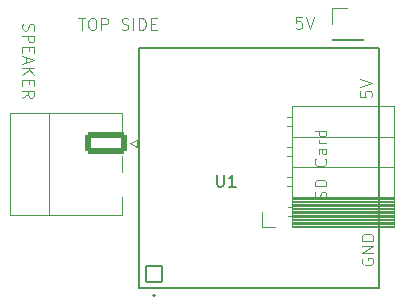
<source format=gbr>
%TF.GenerationSoftware,KiCad,Pcbnew,8.0.2*%
%TF.CreationDate,2025-01-19T23:34:00+01:00*%
%TF.ProjectId,DFPlayer_ADD_ON,4446506c-6179-4657-925f-4144445f4f4e,rev?*%
%TF.SameCoordinates,Original*%
%TF.FileFunction,Legend,Top*%
%TF.FilePolarity,Positive*%
%FSLAX46Y46*%
G04 Gerber Fmt 4.6, Leading zero omitted, Abs format (unit mm)*
G04 Created by KiCad (PCBNEW 8.0.2) date 2025-01-19 23:34:00*
%MOMM*%
%LPD*%
G01*
G04 APERTURE LIST*
G04 Aperture macros list*
%AMRoundRect*
0 Rectangle with rounded corners*
0 $1 Rounding radius*
0 $2 $3 $4 $5 $6 $7 $8 $9 X,Y pos of 4 corners*
0 Add a 4 corners polygon primitive as box body*
4,1,4,$2,$3,$4,$5,$6,$7,$8,$9,$2,$3,0*
0 Add four circle primitives for the rounded corners*
1,1,$1+$1,$2,$3*
1,1,$1+$1,$4,$5*
1,1,$1+$1,$6,$7*
1,1,$1+$1,$8,$9*
0 Add four rect primitives between the rounded corners*
20,1,$1+$1,$2,$3,$4,$5,0*
20,1,$1+$1,$4,$5,$6,$7,0*
20,1,$1+$1,$6,$7,$8,$9,0*
20,1,$1+$1,$8,$9,$2,$3,0*%
G04 Aperture macros list end*
%ADD10C,0.100000*%
%ADD11C,0.125000*%
%ADD12C,0.150000*%
%ADD13C,0.120000*%
%ADD14C,0.127000*%
%ADD15C,0.200000*%
%ADD16RoundRect,0.250000X-1.550000X0.650000X-1.550000X-0.650000X1.550000X-0.650000X1.550000X0.650000X0*%
%ADD17O,3.600000X1.800000*%
%ADD18RoundRect,0.102000X0.654000X-0.654000X0.654000X0.654000X-0.654000X0.654000X-0.654000X-0.654000X0*%
%ADD19C,1.512000*%
%ADD20R,1.700000X1.700000*%
%ADD21O,1.700000X1.700000*%
G04 APERTURE END LIST*
D10*
X143280074Y-75872419D02*
X142803884Y-75872419D01*
X142803884Y-75872419D02*
X142756265Y-76348609D01*
X142756265Y-76348609D02*
X142803884Y-76300990D01*
X142803884Y-76300990D02*
X142899122Y-76253371D01*
X142899122Y-76253371D02*
X143137217Y-76253371D01*
X143137217Y-76253371D02*
X143232455Y-76300990D01*
X143232455Y-76300990D02*
X143280074Y-76348609D01*
X143280074Y-76348609D02*
X143327693Y-76443847D01*
X143327693Y-76443847D02*
X143327693Y-76681942D01*
X143327693Y-76681942D02*
X143280074Y-76777180D01*
X143280074Y-76777180D02*
X143232455Y-76824800D01*
X143232455Y-76824800D02*
X143137217Y-76872419D01*
X143137217Y-76872419D02*
X142899122Y-76872419D01*
X142899122Y-76872419D02*
X142803884Y-76824800D01*
X142803884Y-76824800D02*
X142756265Y-76777180D01*
X143613408Y-75872419D02*
X143946741Y-76872419D01*
X143946741Y-76872419D02*
X144280074Y-75872419D01*
X119682200Y-76456265D02*
X119634580Y-76599122D01*
X119634580Y-76599122D02*
X119634580Y-76837217D01*
X119634580Y-76837217D02*
X119682200Y-76932455D01*
X119682200Y-76932455D02*
X119729819Y-76980074D01*
X119729819Y-76980074D02*
X119825057Y-77027693D01*
X119825057Y-77027693D02*
X119920295Y-77027693D01*
X119920295Y-77027693D02*
X120015533Y-76980074D01*
X120015533Y-76980074D02*
X120063152Y-76932455D01*
X120063152Y-76932455D02*
X120110771Y-76837217D01*
X120110771Y-76837217D02*
X120158390Y-76646741D01*
X120158390Y-76646741D02*
X120206009Y-76551503D01*
X120206009Y-76551503D02*
X120253628Y-76503884D01*
X120253628Y-76503884D02*
X120348866Y-76456265D01*
X120348866Y-76456265D02*
X120444104Y-76456265D01*
X120444104Y-76456265D02*
X120539342Y-76503884D01*
X120539342Y-76503884D02*
X120586961Y-76551503D01*
X120586961Y-76551503D02*
X120634580Y-76646741D01*
X120634580Y-76646741D02*
X120634580Y-76884836D01*
X120634580Y-76884836D02*
X120586961Y-77027693D01*
X119634580Y-77456265D02*
X120634580Y-77456265D01*
X120634580Y-77456265D02*
X120634580Y-77837217D01*
X120634580Y-77837217D02*
X120586961Y-77932455D01*
X120586961Y-77932455D02*
X120539342Y-77980074D01*
X120539342Y-77980074D02*
X120444104Y-78027693D01*
X120444104Y-78027693D02*
X120301247Y-78027693D01*
X120301247Y-78027693D02*
X120206009Y-77980074D01*
X120206009Y-77980074D02*
X120158390Y-77932455D01*
X120158390Y-77932455D02*
X120110771Y-77837217D01*
X120110771Y-77837217D02*
X120110771Y-77456265D01*
X120158390Y-78456265D02*
X120158390Y-78789598D01*
X119634580Y-78932455D02*
X119634580Y-78456265D01*
X119634580Y-78456265D02*
X120634580Y-78456265D01*
X120634580Y-78456265D02*
X120634580Y-78932455D01*
X119920295Y-79313408D02*
X119920295Y-79789598D01*
X119634580Y-79218170D02*
X120634580Y-79551503D01*
X120634580Y-79551503D02*
X119634580Y-79884836D01*
X119634580Y-80218170D02*
X120634580Y-80218170D01*
X119634580Y-80789598D02*
X120206009Y-80361027D01*
X120634580Y-80789598D02*
X120063152Y-80218170D01*
X120158390Y-81218170D02*
X120158390Y-81551503D01*
X119634580Y-81694360D02*
X119634580Y-81218170D01*
X119634580Y-81218170D02*
X120634580Y-81218170D01*
X120634580Y-81218170D02*
X120634580Y-81694360D01*
X119634580Y-82694360D02*
X120110771Y-82361027D01*
X119634580Y-82122932D02*
X120634580Y-82122932D01*
X120634580Y-82122932D02*
X120634580Y-82503884D01*
X120634580Y-82503884D02*
X120586961Y-82599122D01*
X120586961Y-82599122D02*
X120539342Y-82646741D01*
X120539342Y-82646741D02*
X120444104Y-82694360D01*
X120444104Y-82694360D02*
X120301247Y-82694360D01*
X120301247Y-82694360D02*
X120206009Y-82646741D01*
X120206009Y-82646741D02*
X120158390Y-82599122D01*
X120158390Y-82599122D02*
X120110771Y-82503884D01*
X120110771Y-82503884D02*
X120110771Y-82122932D01*
X124367027Y-75961419D02*
X124938455Y-75961419D01*
X124652741Y-76961419D02*
X124652741Y-75961419D01*
X125462265Y-75961419D02*
X125652741Y-75961419D01*
X125652741Y-75961419D02*
X125747979Y-76009038D01*
X125747979Y-76009038D02*
X125843217Y-76104276D01*
X125843217Y-76104276D02*
X125890836Y-76294752D01*
X125890836Y-76294752D02*
X125890836Y-76628085D01*
X125890836Y-76628085D02*
X125843217Y-76818561D01*
X125843217Y-76818561D02*
X125747979Y-76913800D01*
X125747979Y-76913800D02*
X125652741Y-76961419D01*
X125652741Y-76961419D02*
X125462265Y-76961419D01*
X125462265Y-76961419D02*
X125367027Y-76913800D01*
X125367027Y-76913800D02*
X125271789Y-76818561D01*
X125271789Y-76818561D02*
X125224170Y-76628085D01*
X125224170Y-76628085D02*
X125224170Y-76294752D01*
X125224170Y-76294752D02*
X125271789Y-76104276D01*
X125271789Y-76104276D02*
X125367027Y-76009038D01*
X125367027Y-76009038D02*
X125462265Y-75961419D01*
X126319408Y-76961419D02*
X126319408Y-75961419D01*
X126319408Y-75961419D02*
X126700360Y-75961419D01*
X126700360Y-75961419D02*
X126795598Y-76009038D01*
X126795598Y-76009038D02*
X126843217Y-76056657D01*
X126843217Y-76056657D02*
X126890836Y-76151895D01*
X126890836Y-76151895D02*
X126890836Y-76294752D01*
X126890836Y-76294752D02*
X126843217Y-76389990D01*
X126843217Y-76389990D02*
X126795598Y-76437609D01*
X126795598Y-76437609D02*
X126700360Y-76485228D01*
X126700360Y-76485228D02*
X126319408Y-76485228D01*
X128033694Y-76913800D02*
X128176551Y-76961419D01*
X128176551Y-76961419D02*
X128414646Y-76961419D01*
X128414646Y-76961419D02*
X128509884Y-76913800D01*
X128509884Y-76913800D02*
X128557503Y-76866180D01*
X128557503Y-76866180D02*
X128605122Y-76770942D01*
X128605122Y-76770942D02*
X128605122Y-76675704D01*
X128605122Y-76675704D02*
X128557503Y-76580466D01*
X128557503Y-76580466D02*
X128509884Y-76532847D01*
X128509884Y-76532847D02*
X128414646Y-76485228D01*
X128414646Y-76485228D02*
X128224170Y-76437609D01*
X128224170Y-76437609D02*
X128128932Y-76389990D01*
X128128932Y-76389990D02*
X128081313Y-76342371D01*
X128081313Y-76342371D02*
X128033694Y-76247133D01*
X128033694Y-76247133D02*
X128033694Y-76151895D01*
X128033694Y-76151895D02*
X128081313Y-76056657D01*
X128081313Y-76056657D02*
X128128932Y-76009038D01*
X128128932Y-76009038D02*
X128224170Y-75961419D01*
X128224170Y-75961419D02*
X128462265Y-75961419D01*
X128462265Y-75961419D02*
X128605122Y-76009038D01*
X129033694Y-76961419D02*
X129033694Y-75961419D01*
X129509884Y-76961419D02*
X129509884Y-75961419D01*
X129509884Y-75961419D02*
X129747979Y-75961419D01*
X129747979Y-75961419D02*
X129890836Y-76009038D01*
X129890836Y-76009038D02*
X129986074Y-76104276D01*
X129986074Y-76104276D02*
X130033693Y-76199514D01*
X130033693Y-76199514D02*
X130081312Y-76389990D01*
X130081312Y-76389990D02*
X130081312Y-76532847D01*
X130081312Y-76532847D02*
X130033693Y-76723323D01*
X130033693Y-76723323D02*
X129986074Y-76818561D01*
X129986074Y-76818561D02*
X129890836Y-76913800D01*
X129890836Y-76913800D02*
X129747979Y-76961419D01*
X129747979Y-76961419D02*
X129509884Y-76961419D01*
X130509884Y-76437609D02*
X130843217Y-76437609D01*
X130986074Y-76961419D02*
X130509884Y-76961419D01*
X130509884Y-76961419D02*
X130509884Y-75961419D01*
X130509884Y-75961419D02*
X130986074Y-75961419D01*
X148399038Y-96327306D02*
X148351419Y-96422544D01*
X148351419Y-96422544D02*
X148351419Y-96565401D01*
X148351419Y-96565401D02*
X148399038Y-96708258D01*
X148399038Y-96708258D02*
X148494276Y-96803496D01*
X148494276Y-96803496D02*
X148589514Y-96851115D01*
X148589514Y-96851115D02*
X148779990Y-96898734D01*
X148779990Y-96898734D02*
X148922847Y-96898734D01*
X148922847Y-96898734D02*
X149113323Y-96851115D01*
X149113323Y-96851115D02*
X149208561Y-96803496D01*
X149208561Y-96803496D02*
X149303800Y-96708258D01*
X149303800Y-96708258D02*
X149351419Y-96565401D01*
X149351419Y-96565401D02*
X149351419Y-96470163D01*
X149351419Y-96470163D02*
X149303800Y-96327306D01*
X149303800Y-96327306D02*
X149256180Y-96279687D01*
X149256180Y-96279687D02*
X148922847Y-96279687D01*
X148922847Y-96279687D02*
X148922847Y-96470163D01*
X149351419Y-95851115D02*
X148351419Y-95851115D01*
X148351419Y-95851115D02*
X149351419Y-95279687D01*
X149351419Y-95279687D02*
X148351419Y-95279687D01*
X149351419Y-94803496D02*
X148351419Y-94803496D01*
X148351419Y-94803496D02*
X148351419Y-94565401D01*
X148351419Y-94565401D02*
X148399038Y-94422544D01*
X148399038Y-94422544D02*
X148494276Y-94327306D01*
X148494276Y-94327306D02*
X148589514Y-94279687D01*
X148589514Y-94279687D02*
X148779990Y-94232068D01*
X148779990Y-94232068D02*
X148922847Y-94232068D01*
X148922847Y-94232068D02*
X149113323Y-94279687D01*
X149113323Y-94279687D02*
X149208561Y-94327306D01*
X149208561Y-94327306D02*
X149303800Y-94422544D01*
X149303800Y-94422544D02*
X149351419Y-94565401D01*
X149351419Y-94565401D02*
X149351419Y-94803496D01*
X148224419Y-82150925D02*
X148224419Y-82627115D01*
X148224419Y-82627115D02*
X148700609Y-82674734D01*
X148700609Y-82674734D02*
X148652990Y-82627115D01*
X148652990Y-82627115D02*
X148605371Y-82531877D01*
X148605371Y-82531877D02*
X148605371Y-82293782D01*
X148605371Y-82293782D02*
X148652990Y-82198544D01*
X148652990Y-82198544D02*
X148700609Y-82150925D01*
X148700609Y-82150925D02*
X148795847Y-82103306D01*
X148795847Y-82103306D02*
X149033942Y-82103306D01*
X149033942Y-82103306D02*
X149129180Y-82150925D01*
X149129180Y-82150925D02*
X149176800Y-82198544D01*
X149176800Y-82198544D02*
X149224419Y-82293782D01*
X149224419Y-82293782D02*
X149224419Y-82531877D01*
X149224419Y-82531877D02*
X149176800Y-82627115D01*
X149176800Y-82627115D02*
X149129180Y-82674734D01*
X148224419Y-81817591D02*
X149224419Y-81484258D01*
X149224419Y-81484258D02*
X148224419Y-81150925D01*
D11*
X145323500Y-91227287D02*
X145371119Y-91084430D01*
X145371119Y-91084430D02*
X145371119Y-90846335D01*
X145371119Y-90846335D02*
X145323500Y-90751097D01*
X145323500Y-90751097D02*
X145275880Y-90703478D01*
X145275880Y-90703478D02*
X145180642Y-90655859D01*
X145180642Y-90655859D02*
X145085404Y-90655859D01*
X145085404Y-90655859D02*
X144990166Y-90703478D01*
X144990166Y-90703478D02*
X144942547Y-90751097D01*
X144942547Y-90751097D02*
X144894928Y-90846335D01*
X144894928Y-90846335D02*
X144847309Y-91036811D01*
X144847309Y-91036811D02*
X144799690Y-91132049D01*
X144799690Y-91132049D02*
X144752071Y-91179668D01*
X144752071Y-91179668D02*
X144656833Y-91227287D01*
X144656833Y-91227287D02*
X144561595Y-91227287D01*
X144561595Y-91227287D02*
X144466357Y-91179668D01*
X144466357Y-91179668D02*
X144418738Y-91132049D01*
X144418738Y-91132049D02*
X144371119Y-91036811D01*
X144371119Y-91036811D02*
X144371119Y-90798716D01*
X144371119Y-90798716D02*
X144418738Y-90655859D01*
X145371119Y-90227287D02*
X144371119Y-90227287D01*
X144371119Y-90227287D02*
X144371119Y-89989192D01*
X144371119Y-89989192D02*
X144418738Y-89846335D01*
X144418738Y-89846335D02*
X144513976Y-89751097D01*
X144513976Y-89751097D02*
X144609214Y-89703478D01*
X144609214Y-89703478D02*
X144799690Y-89655859D01*
X144799690Y-89655859D02*
X144942547Y-89655859D01*
X144942547Y-89655859D02*
X145133023Y-89703478D01*
X145133023Y-89703478D02*
X145228261Y-89751097D01*
X145228261Y-89751097D02*
X145323500Y-89846335D01*
X145323500Y-89846335D02*
X145371119Y-89989192D01*
X145371119Y-89989192D02*
X145371119Y-90227287D01*
X145275880Y-87893954D02*
X145323500Y-87941573D01*
X145323500Y-87941573D02*
X145371119Y-88084430D01*
X145371119Y-88084430D02*
X145371119Y-88179668D01*
X145371119Y-88179668D02*
X145323500Y-88322525D01*
X145323500Y-88322525D02*
X145228261Y-88417763D01*
X145228261Y-88417763D02*
X145133023Y-88465382D01*
X145133023Y-88465382D02*
X144942547Y-88513001D01*
X144942547Y-88513001D02*
X144799690Y-88513001D01*
X144799690Y-88513001D02*
X144609214Y-88465382D01*
X144609214Y-88465382D02*
X144513976Y-88417763D01*
X144513976Y-88417763D02*
X144418738Y-88322525D01*
X144418738Y-88322525D02*
X144371119Y-88179668D01*
X144371119Y-88179668D02*
X144371119Y-88084430D01*
X144371119Y-88084430D02*
X144418738Y-87941573D01*
X144418738Y-87941573D02*
X144466357Y-87893954D01*
X145371119Y-87036811D02*
X144847309Y-87036811D01*
X144847309Y-87036811D02*
X144752071Y-87084430D01*
X144752071Y-87084430D02*
X144704452Y-87179668D01*
X144704452Y-87179668D02*
X144704452Y-87370144D01*
X144704452Y-87370144D02*
X144752071Y-87465382D01*
X145323500Y-87036811D02*
X145371119Y-87132049D01*
X145371119Y-87132049D02*
X145371119Y-87370144D01*
X145371119Y-87370144D02*
X145323500Y-87465382D01*
X145323500Y-87465382D02*
X145228261Y-87513001D01*
X145228261Y-87513001D02*
X145133023Y-87513001D01*
X145133023Y-87513001D02*
X145037785Y-87465382D01*
X145037785Y-87465382D02*
X144990166Y-87370144D01*
X144990166Y-87370144D02*
X144990166Y-87132049D01*
X144990166Y-87132049D02*
X144942547Y-87036811D01*
X145371119Y-86560620D02*
X144704452Y-86560620D01*
X144894928Y-86560620D02*
X144799690Y-86513001D01*
X144799690Y-86513001D02*
X144752071Y-86465382D01*
X144752071Y-86465382D02*
X144704452Y-86370144D01*
X144704452Y-86370144D02*
X144704452Y-86274906D01*
X145371119Y-85513001D02*
X144371119Y-85513001D01*
X145323500Y-85513001D02*
X145371119Y-85608239D01*
X145371119Y-85608239D02*
X145371119Y-85798715D01*
X145371119Y-85798715D02*
X145323500Y-85893953D01*
X145323500Y-85893953D02*
X145275880Y-85941572D01*
X145275880Y-85941572D02*
X145180642Y-85989191D01*
X145180642Y-85989191D02*
X144894928Y-85989191D01*
X144894928Y-85989191D02*
X144799690Y-85941572D01*
X144799690Y-85941572D02*
X144752071Y-85893953D01*
X144752071Y-85893953D02*
X144704452Y-85798715D01*
X144704452Y-85798715D02*
X144704452Y-85608239D01*
X144704452Y-85608239D02*
X144752071Y-85513001D01*
D12*
X136104095Y-89243819D02*
X136104095Y-90053342D01*
X136104095Y-90053342D02*
X136151714Y-90148580D01*
X136151714Y-90148580D02*
X136199333Y-90196200D01*
X136199333Y-90196200D02*
X136294571Y-90243819D01*
X136294571Y-90243819D02*
X136485047Y-90243819D01*
X136485047Y-90243819D02*
X136580285Y-90196200D01*
X136580285Y-90196200D02*
X136627904Y-90148580D01*
X136627904Y-90148580D02*
X136675523Y-90053342D01*
X136675523Y-90053342D02*
X136675523Y-89243819D01*
X137675523Y-90243819D02*
X137104095Y-90243819D01*
X137389809Y-90243819D02*
X137389809Y-89243819D01*
X137389809Y-89243819D02*
X137294571Y-89386676D01*
X137294571Y-89386676D02*
X137199333Y-89481914D01*
X137199333Y-89481914D02*
X137104095Y-89529533D01*
D13*
%TO.C,J3*%
X118607500Y-84010000D02*
X118607500Y-92630000D01*
X118607500Y-92630000D02*
X128027500Y-92630000D01*
X121917500Y-84010000D02*
X121917500Y-92630000D01*
X128027500Y-84010000D02*
X118607500Y-84010000D01*
X128027500Y-84010000D02*
X128027500Y-85520000D01*
X128027500Y-87620000D02*
X128027500Y-89020000D01*
X128027500Y-92630000D02*
X128027500Y-91120000D01*
X128717500Y-86570000D02*
X129317500Y-86270000D01*
X129317500Y-86270000D02*
X129317500Y-86870000D01*
X129317500Y-86870000D02*
X128717500Y-86570000D01*
D14*
%TO.C,U1*%
X129500000Y-78486000D02*
X149820000Y-78486000D01*
X129500000Y-98806000D02*
X129500000Y-78486000D01*
X149820000Y-78486000D02*
X149820000Y-98806000D01*
X149820000Y-98806000D02*
X129500000Y-98806000D01*
D15*
X130870000Y-99446000D02*
G75*
G02*
X130670000Y-99446000I-100000J0D01*
G01*
X130670000Y-99446000D02*
G75*
G02*
X130870000Y-99446000I100000J0D01*
G01*
D13*
%TO.C,J2*%
X139890000Y-93680000D02*
X139890000Y-92350000D01*
X141000000Y-93680000D02*
X139890000Y-93680000D01*
X142460000Y-84370000D02*
X142050000Y-84370000D01*
X142460000Y-85090000D02*
X142050000Y-85090000D01*
X142460000Y-86910000D02*
X142050000Y-86910000D01*
X142460000Y-87630000D02*
X142050000Y-87630000D01*
X142460000Y-89450000D02*
X142050000Y-89450000D01*
X142460000Y-90170000D02*
X142050000Y-90170000D01*
X142460000Y-91990000D02*
X142110000Y-91990000D01*
X142460000Y-92710000D02*
X142110000Y-92710000D01*
X142460000Y-93680000D02*
X142460000Y-83400000D01*
X151090000Y-83400000D02*
X142460000Y-83400000D01*
X151090000Y-86000000D02*
X142460000Y-86000000D01*
X151090000Y-88540000D02*
X142460000Y-88540000D01*
X151090000Y-91080000D02*
X142460000Y-91080000D01*
X151090000Y-91198100D02*
X142460000Y-91198100D01*
X151090000Y-91316195D02*
X142460000Y-91316195D01*
X151090000Y-91434290D02*
X142460000Y-91434290D01*
X151090000Y-91552385D02*
X142460000Y-91552385D01*
X151090000Y-91670480D02*
X142460000Y-91670480D01*
X151090000Y-91788575D02*
X142460000Y-91788575D01*
X151090000Y-91906670D02*
X142460000Y-91906670D01*
X151090000Y-92024765D02*
X142460000Y-92024765D01*
X151090000Y-92142860D02*
X142460000Y-92142860D01*
X151090000Y-92260955D02*
X142460000Y-92260955D01*
X151090000Y-92379050D02*
X142460000Y-92379050D01*
X151090000Y-92497145D02*
X142460000Y-92497145D01*
X151090000Y-92615240D02*
X142460000Y-92615240D01*
X151090000Y-92733335D02*
X142460000Y-92733335D01*
X151090000Y-92851430D02*
X142460000Y-92851430D01*
X151090000Y-92969525D02*
X142460000Y-92969525D01*
X151090000Y-93087620D02*
X142460000Y-93087620D01*
X151090000Y-93205715D02*
X142460000Y-93205715D01*
X151090000Y-93323810D02*
X142460000Y-93323810D01*
X151090000Y-93441905D02*
X142460000Y-93441905D01*
X151090000Y-93560000D02*
X142460000Y-93560000D01*
X151090000Y-93680000D02*
X142460000Y-93680000D01*
X151090000Y-93680000D02*
X151090000Y-83400000D01*
%TO.C,J1*%
X145823000Y-75124000D02*
X147153000Y-75124000D01*
X145823000Y-76454000D02*
X145823000Y-75124000D01*
X145823000Y-77724000D02*
X145823000Y-77784000D01*
X145823000Y-77724000D02*
X148483000Y-77724000D01*
X145823000Y-77784000D02*
X148483000Y-77784000D01*
X148483000Y-77724000D02*
X148483000Y-77784000D01*
%TD*%
%LPC*%
D16*
%TO.C,J3*%
X126717500Y-86570000D03*
D17*
X126717500Y-90070000D03*
%TD*%
D18*
%TO.C,U1*%
X130770000Y-97663000D03*
D19*
X133310000Y-97663000D03*
X135850000Y-97663000D03*
X138390000Y-97663000D03*
X140930000Y-97663000D03*
X143470000Y-97663000D03*
X146010000Y-97663000D03*
X148550000Y-97663000D03*
X148550000Y-79629000D03*
X146010000Y-79629000D03*
X143470000Y-79629000D03*
X140930000Y-79629000D03*
X138390000Y-79629000D03*
X135850000Y-79629000D03*
X133310000Y-79629000D03*
X130770000Y-79629000D03*
%TD*%
D20*
%TO.C,J2*%
X141000000Y-92350000D03*
D21*
X141000000Y-89810000D03*
X141000000Y-87270000D03*
X141000000Y-84730000D03*
%TD*%
D20*
%TO.C,J1*%
X147153000Y-76454000D03*
%TD*%
%LPD*%
M02*

</source>
